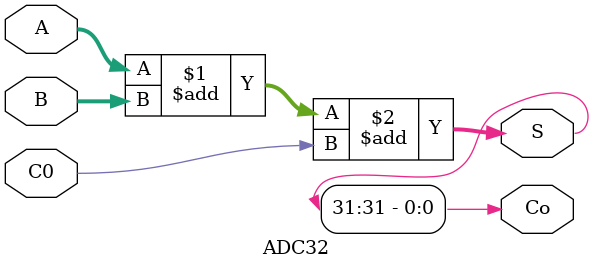
<source format=v>
`timescale 1ns / 1ps
module ADC32(input [31:0] A,
				 input [31:0] B,
				 input C0,
				 output [31:0] S,
				 output Co
    );
assign S = A+B+C0;
assign Co = S[31];
endmodule

</source>
